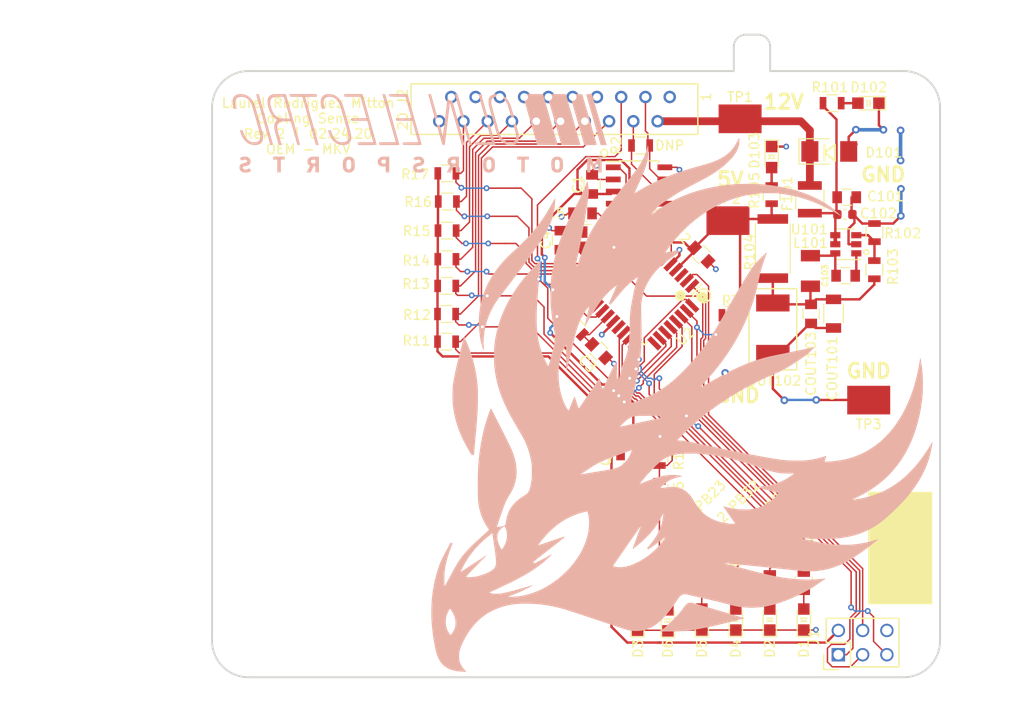
<source format=kicad_pcb>
(kicad_pcb (version 20211014) (generator pcbnew)
  (layers (0 "F.Cu" signal) (31 "B.Cu" signal) (34 "B.Paste" user) (35 "F.Paste" user) (36 "B.SilkS" user "B.Silkscreen") (37 "F.SilkS" user "F.Silkscreen") (38 "B.Mask" user) (39 "F.Mask" user) (44 "Edge.Cuts" user))
  (net 0 "")
  (net 1 "GND")
  (net 2 "/12V")
  (net 3 "VCC")
  (net 4 "Net-(C101-Pad1)")
  (net 5 "Net-(C103-Pad2)")
  (net 6 "Net-(C103-Pad1)")
  (net 7 "Net-(COUT101-Pad1)")
  (net 8 "Net-(D102-Pad2)")
  (net 9 "Net-(D103-Pad2)")
  (net 10 "Net-(R102-Pad1)")
  (net 11 "Net-(C3-Pad1)")
  (net 12 "Net-(C4-Pad1)")
  (net 13 "Net-(C5-Pad1)")
  (net 14 "Net-(D1-Pad2)")
  (net 15 "Net-(D2-Pad2)")
  (net 16 "Net-(D3-Pad2)")
  (net 17 "Net-(D4-Pad2)")
  (net 18 "Net-(D5-Pad2)")
  (net 19 "Net-(D6-Pad2)")
  (net 20 "/MISO")
  (net 21 "/SCK")
  (net 22 "/MOSI")
  (net 23 "/RESET")
  (net 24 "/CAN_HI")
  (net 25 "/CAN_LO")
  (net 26 "/PUMP_CONTROL")
  (net 27 "/LED_1")
  (net 28 "/LED_2")
  (net 29 "/LED_3")
  (net 30 "/CAN_TX")
  (net 31 "/CAN_RX")
  (net 32 "Net-(U1-Pad5)")
  (net 33 "Net-(U2-Pad3)")
  (net 34 "Net-(U2-Pad15)")
  (net 35 "Net-(U2-Pad21)")
  (net 36 "Net-(U2-Pad25)")
  (net 37 "/PUMP_RELAY_READ")
  (net 38 "/COOLING_ACTIVE_LED")
  (net 39 "/TEMP_GOOD_LED")
  (net 40 "/READ_1")
  (net 41 "/READ_2")
  (net 42 "/READ_3")
  (net 43 "/READ_4")
  (net 44 "/READ_5")
  (net 45 "/READ_6")
  (net 46 "/READ_7")
  (net 47 "Net-(U2-Pad8)")
  (net 48 "Net-(U2-Pad9)")
  (footprint "footprints:Fuse_1210" (layer "F.Cu") (at 179.2605 90.4748 90)
    (fp_text reference "F101")
    (fp_text value "F_500mA_16V" hide)
  )
  (footprint "footprints:R_2512_OEM" (layer "F.Cu") (at 175.38192 95.6322 90)
    (fp_text reference "R104")
    (fp_text value "R_0_2512" hide)
  )
  (footprint "footprints:SOT-23-6_OEM" (layer "F.Cu") (at 183.0222 95.1816 180)
    (fp_text reference "U101")
    (fp_text value "TPS560430YF" hide)
  )
  (footprint "footprints:R_0805_OEM" (layer "F.Cu") (at 175.26 89.982 90)
    (fp_text reference "R105")
    (fp_text value "R_200" hide)
  )
  (footprint "footprints:R_0805_OEM" (layer "F.Cu") (at 186.02452 93.96222 90)
    (fp_text reference "R102")
    (fp_text value "R_25K" hide)
  )
  (footprint "footprints:Fuse_1812" (layer "F.Cu") (at 175.387 101.3333 -90)
    (fp_text reference "COUT102")
    (fp_text value "C_33uF" hide)
  )
  (footprint "footprints:C_0805_OEM" (layer "F.Cu") (at 179.3875 102.4763 -90)
    (fp_text reference "COUT103")
    (fp_text value "C_47uF" hide)
  )
  (footprint "footprints:DO-214AA" (layer "F.Cu") (at 181.2925 85.4583)
    (fp_text reference "D101")
    (fp_text value "D_Zener_18V" hide)
  )
  (footprint "footprints:LED_0805_OEM" (layer "F.Cu") (at 175.26 86.05 -90)
    (fp_text reference "D103")
    (fp_text value "LED_0805" hide)
  )
  (footprint "footprints:C_1206_OEM" (layer "F.Cu") (at 181.737 102.4523 -90)
    (fp_text reference "COUT101")
    (fp_text value "C_22uF" hide)
  )
  (footprint "footprints:LED_0805_OEM" (layer "F.Cu") (at 185.388 80.404 180)
    (fp_text reference "D102")
    (fp_text value "LED_0805" hide)
  )
  (footprint "footprints:R_0805_OEM" (layer "F.Cu") (at 181.588 80.404)
    (fp_text reference "R101")
    (fp_text value "R_200" hide)
  )
  (footprint "footprints:L_100uH" (layer "F.Cu") (at 179.32146 97.9807 -90)
    (fp_text reference "L101")
    (fp_text value "L_100uH" hide)
  )
  (footprint "footprints:C_0805_OEM" (layer "F.Cu") (at 183.007 98.4758 180)
    (fp_text reference "C103")
    (fp_text value "C_0.1uF" hide)
  )
  (footprint "footprints:R_0805_OEM" (layer "F.Cu") (at 186.00928 97.84842 90)
    (fp_text reference "R103")
    (fp_text value "R_100K" hide)
  )
  (footprint "footprints:C_0805_OEM" (layer "F.Cu") (at 183.118 90.25636)
    (fp_text reference "C101")
    (fp_text value "C_0.1uF" hide)
  )
  (footprint "footprints:C_0603_1608Metric" (layer "F.Cu") (at 182.9275 92.0623)
    (fp_text reference "C102")
    (fp_text value "C_2.2uF")
  )
  (footprint "footprints:C_0805_OEM" (layer "F.Cu") (at 156.464 88.916 90)
    (fp_text reference "C1")
    (fp_text value "C_0.1uF" hide)
  )
  (footprint "footprints:C_0805_OEM" (layer "F.Cu") (at 167.894 96.266 -45)
    (fp_text reference "C2")
    (fp_text value "C_0.1uF" hide)
  )
  (footprint "footprints:C_0805_OEM" (layer "F.Cu") (at 157.171107 106.371107 -45)
    (fp_text reference "C3")
    (fp_text value "C_100pF" hide)
  )
  (footprint "footprints:C_0805_OEM" (layer "F.Cu") (at 155.464 91.948 180)
    (fp_text reference "C5")
    (fp_text value "C_30pF" hide)
  )
  (footprint "footprints:LED_0805_OEM" (layer "F.Cu") (at 178.6255 134.493 90)
    (fp_text reference "D1")
    (fp_text value "LED_0805" hide)
  )
  (footprint "footprints:LED_0805_OEM" (layer "F.Cu") (at 171.5135 134.493 90)
    (fp_text reference "D4")
    (fp_text value "LED_0805" hide)
  )
  (footprint "footprints:LED_0805_OEM" (layer "F.Cu") (at 167.9575 134.493 90)
    (fp_text reference "D5")
    (fp_text value "LED_0805" hide)
  )
  (footprint "footprints:LED_0805_OEM" (layer "F.Cu") (at 164.4015 134.577 90)
    (fp_text reference "D6")
    (fp_text value "LED_0805" hide)
  )
  (footprint "footprints:micromatch_female_ra_20" (layer "F.Cu") (at 159.512 79.756 -90)
    (fp_text reference "J2")
    (fp_text value "MM_F_RA_20" hide)
  )
  (footprint "footprints:R_0805_OEM" (layer "F.Cu") (at 154.776249 103.976249 -45)
    (fp_text reference "R1")
    (fp_text value "R_100" hide)
  )
  (footprint "footprints:R_0805_OEM" (layer "F.Cu") (at 171.008 102.616 180)
    (fp_text reference "R3")
    (fp_text value "R_10K" hide)
  )
  (footprint "footprints:R_0805_OEM" (layer "F.Cu") (at 178.6255 130.622 -90)
    (fp_text reference "R4")
    (fp_text value "R_200" hide)
  )
  (footprint "footprints:R_0805_OEM" (layer "F.Cu") (at 175.0695 130.622 -90)
    (fp_text reference "R5")
    (fp_text value "R_200" hide)
  )
  (footprint "footprints:R_0805_OEM" (layer "F.Cu") (at 171.5135 130.556 -90)
    (fp_text reference "R7")
    (fp_text value "R_200" hide)
  )
  (footprint "footprints:R_0805_OEM" (layer "F.Cu") (at 167.9575 130.49 -90)
    (fp_text reference "R8")
    (fp_text value "R_200" hide)
  )
  (footprint "footprints:R_0805_OEM" (layer "F.Cu") (at 164.4015 130.556 -90)
    (fp_text reference "R9")
    (fp_text value "R_200" hide)
  )
  (footprint "footprints:SOIC-8_3.9x4.9mm_Pitch1.27mm_OEM" (layer "F.Cu") (at 161.384 89.027)
    (fp_text reference "U1")
    (fp_text value "MCP2561-E_SN" hide)
  )
  (footprint "footprints:Crystal_SMD_FA238" (layer "F.Cu") (at 156.38 94.704)
    (fp_text reference "Y1")
    (fp_text value "Crystal_SMD" hide)
  )
  (footprint "footprints:LED_0805_OEM" (layer "F.Cu") (at 175.0695 134.493 90)
    (fp_text reference "D2")
    (fp_text value "LED_0805" hide)
  )
  (footprint "footprints:C_0805_OEM" (layer "F.Cu") (at 153.162 94.758 90)
    (fp_text reference "C4")
    (fp_text value "C_30pF" hide)
  )
  (footprint "footprints:TQFP-32_7x7mm_Pitch0.8mm" (layer "F.Cu") (at 161.957103 100.574695 -135)
    (fp_text reference "U2")
    (fp_text value "ATMEGA16M1" hide)
  )
  (footprint "footprints:R_0805_OEM" (layer "F.Cu") (at 161.544 84.836 180)
    (fp_text reference "R2")
    (fp_text value "R_120_DNP" hide)
  )
  (footprint "footprints:SOT-23F" (layer "F.Cu") (at 160.4985 117.4115 180)
    (fp_text reference "Q1")
    (fp_text value "SSM3K333R" hide)
  )
  (footprint "footprints:R_0805_OEM" (layer "F.Cu") (at 163.5125 120.9675 90)
    (fp_text reference "R6")
    (fp_text value "R_200" hide)
  )
  (footprint "footprints:R_0805_OEM" (layer "F.Cu") (at 163.5125 117.4115 -90)
    (fp_text reference "R10")
    (fp_text value "R_10K" hide)
  )
  (footprint "footprints:LED_0805_OEM" (layer "F.Cu") (at 161.2265 134.5135 90)
    (fp_text reference "D3")
    (fp_text value "LED_0805" hide)
  )
  (footprint "footprints:Pin_Header_Straight_2x03" (layer "F.Cu") (at 182.245 138.176 90)
    (fp_text reference "J1")
    (fp_text value "CONN_02X03" hide)
  )
  (footprint "footprints:Test_Point_SMD" (layer "F.Cu") (at 171.958 82.042)
    (fp_text reference "TP1")
    (fp_text value "Test_Point_SMD")
  )
  (footprint "footprints:Test_Point_SMD" (layer "F.Cu") (at 170.688 92.71)
    (fp_text reference "TP2")
    (fp_text value "Test_Point_SMD")
  )
  (footprint "footprints:Test_Point_SMD" (layer "F.Cu") (at 185.42 111.506)
    (fp_text reference "TP3")
    (fp_text value "Test_Point_SMD")
  )
  (footprint "footprints:R_0805_OEM" (layer "F.Cu") (at 141.2342 105.3846)
    (fp_text reference "R11")
    (fp_text value "R_10K" hide)
  )
  (footprint "footprints:R_0805_OEM" (layer "F.Cu") (at 141.2342 102.489)
    (fp_text reference "R12")
    (fp_text value "R_10K" hide)
  )
  (footprint "footprints:R_0805_OEM" (layer "F.Cu") (at 141.2494 99.5426)
    (fp_text reference "R13")
    (fp_text value "R_10K" hide)
  )
  (footprint "footprints:R_0805_OEM" (layer "F.Cu") (at 141.2646 96.7486)
    (fp_text reference "R14")
    (fp_text value "R_10K" hide)
  )
  (footprint "footprints:R_0805_OEM" (layer "F.Cu") (at 141.285 93.7514)
    (fp_text reference "R15")
    (fp_text value "R_10K" hide)
  )
  (footprint "footprints:R_0805_OEM" (layer "F.Cu") (at 141.3154 90.7034)
    (fp_text reference "R16")
    (fp_text value "R_10K" hide)
  )
  (footprint "footprints:R_0805_OEM" (layer "F.Cu") (at 141.2646 87.757)
    (fp_text reference "R17")
    (fp_text value "R_10K" hide)
  )
  (footprint "footprints:phoenix" (layer "B.Cu") (at 165.862 112.014 -90)
    (fp_text reference "G***" hide)
    (fp_text value "LOGO" hide)
  )
  (footprint "footprints:Logo_Large" (layer "B.Cu") (at 138.43 83.566 180)
    (fp_text reference "G***" hide)
    (fp_text value "LOGO" hide)
  )
  (gr_circle (center 154.432 96.52) (end 154.432 96.774) (layer "F.SilkS") (width 0.15) (fill none))
  (gr_circle (center 157.734 85.598) (end 157.988 85.344) (layer "F.SilkS") (width 0.15) (fill none))
  (gr_circle (center 168.148 100.584) (end 168.656 100.076) (layer "F.SilkS") (width 0.15) (fill none))
  (gr_circle (center 185.166 96.012) (end 185.42 96.012) (layer "F.SilkS") (width 0.15) (fill none))
  (gr_poly (pts (xy 192.024 132.842) (xy 185.42 132.842) (xy 185.42 121.158) (xy 192.024 121.158)) (layer "F.SilkS") (width 0.1) (fill solid))
  (gr_line (start 175.107599 77.0382) (end 189.0776 77.0382) (layer "Edge.Cuts") (width 0.2))
  (gr_line (start 172.5676 73.228201) (end 173.8376 73.228201) (layer "Edge.Cuts") (width 0.2))
  (gr_arc (start 116.687599 80.848201) (mid 117.803522 78.154123) (end 120.4976 77.0382) (layer "Edge.Cuts") (width 0.2))
  (gr_arc (start 120.4976 140.5382) (mid 117.803523 139.422277) (end 116.6876 136.7282) (layer "Edge.Cuts") (width 0.2))
  (gr_arc (start 171.297599 74.4982) (mid 171.669573 73.600174) (end 172.567599 73.2282) (layer "Edge.Cuts") (width 0.2))
  (gr_line (start 120.4976 77.0382) (end 171.297599 77.0382) (layer "Edge.Cuts") (width 0.2))
  (gr_arc (start 173.8376 73.228201) (mid 174.735625 73.600175) (end 175.107599 74.4982) (layer "Edge.Cuts") (width 0.2))
  (gr_line (start 116.6876 136.7282) (end 116.6876 80.8482) (layer "Edge.Cuts") (width 0.2))
  (gr_arc (start 189.0776 77.038201) (mid 191.771677 78.154124) (end 192.8876 80.848201) (layer "Edge.Cuts") (width 0.2))
  (gr_line (start 171.297599 77.0382) (end 171.297599 74.4982) (layer "Edge.Cuts") (width 0.2))
  (gr_line (start 192.8876 136.7282) (end 192.8876 80.848201) (layer "Edge.Cuts") (width 0.2))
  (gr_line (start 175.107599 77.0382) (end 175.107599 74.4982) (layer "Edge.Cuts") (width 0.2))
  (gr_line (start 120.4976 140.5382) (end 189.0776 140.5382) (layer "Edge.Cuts") (width 0.2))
  (gr_arc (start 192.8876 136.7282) (mid 191.771677 139.422277) (end 189.0776 140.5382) (layer "Edge.Cuts") (width 0.2))
  (gr_text "GND" (at 185.42 108.458) (layer "F.SilkS") (effects (font (size 1.5 1.5) (thickness 0.3))))
  (gr_text "Laurel Rodriguez Mitton\nCooling Sense\nRev 2 | 02.24.20\nOEM - MKV" (at 126.746 82.804) (layer "F.SilkS") (effects (font (size 1 1))))
  (gr_text "5V" (at 170.942 88.392) (layer "F.SilkS") (effects (font (size 1.5 1.5) (thickness 0.3))))
  (gr_text "Cooling Active" (at 182.118 122.936 45) (layer "F.SilkS") (effects (font (size 1 1))))
  (gr_text "LED 2 PB32" (at 170.561 123.3805 45) (layer "F.SilkS") (effects (font (size 1 1))))
  (gr_text "GND" (at 186.944 87.884) (layer "F.SilkS") (effects (font (size 1.5 1.5) (thickness 0.3))))
  (gr_text "12V" (at 176.53 80.264) (layer "F.SilkS") (effects (font (size 1.5 1.5) (thickness 0.3))))
  (gr_text "Temp Good\n" (at 177.419 123.825 45) (layer "F.SilkS") (effects (font (size 1 1))))
  (gr_text "GND" (at 171.704 110.998) (layer "F.SilkS") (effects (font (size 1.5 1.5) (thickness 0.3))))
  (gr_text "DNP" (at 164.592 84.836) (layer "F.SilkS") (effects (font (size 1 1))))
  (gr_text "LED 1 PB29" (at 174.371 123.3805 45) (layer "F.SilkS") (effects (font (size 1 1))))
  (gr_text "LED 3 PB23" (at 167.005 123.3805 45) (layer "F.SilkS") (effects (font (size 1 1))))
  (segment (start 158.132214 107.078214) (end 158.75 107.696) (width 0.1524) (layer "F.Cu") (net 1))
  (segment (start 161.2265 135.6135) (end 164.338 135.6135) (width 0.1524) (layer "F.Cu") (net 1))
  (segment (start 154.464 91.948) (end 153.924 91.948) (width 0.1524) (layer "F.Cu") (net 1))
  (segment (start 175.387 106.6133) (end 175.387 110.32236) (width 0.254) (layer "F.Cu") (net 1))
  (segment (start 167.9575 135.593) (end 164.4855 135.593) (width 0.1524) (layer "F.Cu") (net 1))
  (segment (start 168.347107 97.227107) (end 168.855107 97.227107) (width 0.254) (layer "F.Cu") (net 1))
  (segment (start 163.49 116.439) (end 163.5125 116.4615) (width 0.1524) (layer "F.Cu") (net 1))
  (segment (start 181.737 103.9523) (end 179.8635 103.9523) (width 0.254) (layer "F.Cu") (net 1))
  (segment (start 179.2625 103.4763) (end 176.1255 106.6133) (width 0.254) (layer "F.Cu") (net 1))
  (segment (start 183.62432 91.75912) (end 183.9275 92.0623) (width 0.254) (layer "F.Cu") (net 1))
  (segment (start 156.589 87.916) (end 157.065 88.392) (width 0.1524) (layer "F.Cu") (net 1))
  (segment (start 179.8635 103.9523) (end 179.3875 103.4763) (width 0.254) (layer "F.Cu") (net 1))
  (segment (start 176.1255 106.6133) (end 175.387 106.6133) (width 0.254) (layer "F.Cu") (net 1))
  (segment (start 183.3382 95.1816) (end 184.1222 95.1816) (width 0.254) (layer "F.Cu") (net 1))
  (segment (start 183.312799 93.556001) (end 183.312799 95.156199) (width 0.254) (layer "F.Cu") (net 1))
  (segment (start 183.9275 92.1873) (end 183.9275 92.0623) (width 0.254) (layer "F.Cu") (net 1))
  (segment (start 175.0695 135.593) (end 174.3171 135.593) (width 0.1524) (layer "F.Cu") (net 1))
  (segment (start 186.41822 111.48822) (end 186.436 111.506) (width 0.1524) (layer "F.Cu") (net 1))
  (segment (start 153.162 93.758) (end 152.25421 93.758) (width 0.1524) (layer "F.Cu") (net 1))
  (segment (start 165.354 87.122) (end 165.608 87.376) (width 0.1524) (layer "F.Cu") (net 1))
  (segment (start 155.134 93.758) (end 155.28 93.904) (width 0.1524) (layer "F.Cu") (net 1))
  (segment (start 158.496 95.504) (end 158.75 95.504) (width 0.1524) (layer "F.Cu") (net 1))
  (segment (start 186.02452 93.01222) (end 187.98036 93.01222) (width 0.254) (layer "F.Cu") (net 1))
  (segment (start 187.02274 83.25612) (end 186.95924 83.19262) (width 0.381) (layer "F.Cu") (net 1))
  (segment (start 178.6255 135.593) (end 175.0695 135.593) (width 0.1524) (layer "F.Cu") (net 1))
  (segment (start 158.669056 103.458944) (end 157.48 104.648) (width 0.254) (layer "F.Cu") (net 1))
  (segment (start 184.75242 93.01222) (end 183.9275 92.1873) (width 0.254) (layer "F.Cu") (net 1))
  (segment (start 151.892 79.756) (end 152.146 79.756) (width 0.1524) (layer "F.Cu") (net 1))
  (segment (start 156.972 79.756) (end 157.226 79.756) (width 0.1524) (layer "F.Cu") (net 1))
  (segment (start 183.9275 92.9413) (end 183.312799 93.556001) (width 0.254) (layer "F.Cu") (net 1))
  (segment (start 174.3171 135.593) (end 171.5135 135.593) (width 0.1524) (layer "F.Cu") (net 1))
  (segment (start 152.25421 93.758) (end 151.96821 93.472) (width 0.1524) (layer "F.Cu") (net 1))
  (segment (start 158.669056 103.297056) (end 158.669056 103.458944) (width 0.254) (layer "F.Cu") (net 1))
  (segment (start 171.5135 135.593) (end 170.7611 135.593) (width 0.1524) (layer "F.Cu") (net 1))
  (segment (start 156.464 87.4522) (end 156.972 86.9442) (width 0.1524) (layer "F.Cu") (net 1))
  (segment (start 157.065 88.392) (end 158.684 88.392) (width 0.1524) (layer "F.Cu") (net 1))
  (segment (start 187.98036 93.01222) (end 188.78296 92.20962) (width 0.254) (layer "F.Cu") (net 1))
  (segment (start 144.272 79.756) (end 144.526 79.756) (width 0.1524) (layer "F.Cu") (net 1))
  (segment (start 157.48 95.504) (end 158.496 95.504) (width 0.1524) (layer "F.Cu") (net 1))
  (segment (start 183.62432 90.25636) (end 183.62432 91.75912) (width 0.254) (layer "F.Cu") (net 1))
  (segment (start 183.312799 95.156199) (end 183.3382 95.1816) (width 0.254) (layer "F.Cu") (net 1))
  (segment (start 157.878214 107.078214) (end 158.132214 107.078214) (width 0.1524) (layer "F.Cu") (net 1))
  (segment (start 165.608 96.189052) (end 165.608 95.758) (width 0.254) (layer "F.Cu") (net 1))
  (segment (start 183.3245 83.9343) (end 184.07888 83.17992) (width 0.254) (layer "F.Cu") (net 1))
  (segment (start 163.5125 115.3795) (end 163.576 115.316) (width 0.1524) (layer "F.Cu") (net 1))
  (segment (start 178.7095 135.509) (end 178.6255 135.593) (width 0.1524) (layer "F.Cu") (net 1))
  (segment (start 164.679464 97.286648) (end 165.608 96.358112) (width 0.254) (layer "F.Cu") (net 1))
  (segment (start 176.783996 84.95) (end 176.784 84.950004) (width 0.254) (layer "F.Cu") (net 1))
  (segment (start 153.4668 92.1004) (end 153.2636 92.3036) (width 0.1524) (layer "F.Cu") (net 1))
  (segment (start 161.5485 116.4615) (end 163.5125 116.4615) (width 0.1524) (layer "F.Cu") (net 1))
  (segment (start 179.3875 103.4763) (end 179.2625 103.4763) (width 0.254) (layer "F.Cu") (net 1))
  (segment (start 175.387 110.32236) (end 176.58842 111.52378) (width 0.254) (layer "F.Cu") (net 1))
  (segment (start 164.084 87.122) (end 165.354 87.122) (width 0.1524) (layer "F.Cu") (net 1))
  (segment (start 186.488 82.72138) (end 186.95924 83.19262) (width 0.254) (layer "F.Cu") (net 1))
  (segment (start 186.488 80.404) (end 186.488 82.72138) (width 0.254) (layer "F.Cu") (net 1))
  (segment (start 164.338 135.6135) (end 164.4015 135.677) (width 0.1524) (layer "F.Cu") (net 1))
  (segment (start 185.40222 111.48822) (end 185.42 111.506) (width 0.254) (layer "F.Cu") (net 1))
  (segment (start 184.07888 84.70392) (end 183.3245 85.4583) (width 0.381) (layer "F.Cu") (net 1))
  (segment (start 153.924 91.948) (end 153.7716 92.1004) (width 0.1524) (layer "F.Cu") (net 1))
  (segment (start 164.4855 135.593) (end 164.4015 135.677) (width 0.1524) (layer "F.Cu") (net 1))
  (segment (start 156.464 87.916) (end 156.589 87.916) (width 0.1524) (layer "F.Cu") (net 1))
  (segment (start 153.7716 92.1004) (end 153.4668 92.1004) (width 0.1524) (layer "F.Cu") (net 1))
  (segment (start 175.26 84.95) (end 176.783996 84.95) (width 0.254) (layer "F.Cu") (net 1))
  (segment (start 188.79566 86.4489) (end 188.75756 86.4108) (width 0.381) (layer "F.Cu") (net 1))
  (segment (start 183.3245 85.2678) (end 183.3245 85.4583) (width 0.1524) (layer "F.Cu") (net 1))
  (segment (start 179.92344 111.48822) (end 185.40222 111.48822) (width 0.254) (layer "F.Cu") (net 1))
  (segment (start 179.875 135.593) (end 179.8955 135.5725) (width 0.1524) (layer "F.Cu") (net 1))
  (segment (start 183.3245 85.4583) (end 183.3245 83.9343) (width 0.254) (layer "F.Cu") (net 1))
  (segment (start 153.162 93.758) (end 155.134 93.758) (width 0.1524) (layer "F.Cu") (net 1))
  (segment (start 156.464 87.916) (end 156.464 87.4522) (width 0.1524) (layer "F.Cu") (net 1))
  (segment (start 183.9275 92.0623) (end 183.9275 92.9413) (width 0.254) (layer "F.Cu") (net 1))
  (segment (start 149.352 79.756) (end 149.606 79.756) (width 0.1524) (layer "F.Cu") (net 1))
  (segment (start 168.601107 96.973107) (end 169.418 97.79) (width 0.1524) (layer "F.Cu") (net 1))
  (segment (start 170.7611 135.593) (end 167.9575 135.593) (width 0.1524) (layer "F.Cu") (net 1))
  (segment (start 165.608 96.358112) (end 165.608 96.189052) (width 0.254) (layer "F.Cu") (net 1))
  (segment (start 178.6255 135.593) (end 179.875 135.593) (width 0.1524) (layer "F.Cu") (net 1))
  (segment (start 163.5125 116.4615) (end 163.5125 115.3795) (width 0.1524) (layer "F.Cu") (net 1))
  (segment (start 186.02452 93.01222) (end 184.75242 93.01222) (width 0.254) (layer "F.Cu") (net 1))
  (segment (start 154.432 79.756) (end 154.686 79.756) (width 0.1524) (layer "F.Cu") (net 1))
  (via (at 188.78296 92.20962) (size 0.8) (drill 0.4) (layers "F.Cu" "B.Cu") (net 1))
  (via (at 158.75 107.696) (size 0.6096) (drill 0.3048) (layers "F.Cu" "B.Cu") (net 1))
  (via (at 169.418 97.79) (size 0.6096) (drill 0.3048) (layers "F.Cu" "B.Cu") (net 1))
  (via (at 179.8955 135.5725) (size 0.6096) (drill 0.3048) (layers "F.Cu" "B.Cu") (net 1))
  (via (at 188.75756 86.4108) (size 0.8) (drill 0.4) (layers "F.Cu" "B.Cu") (net 1))
  (via (at 157.48 104.648) (size 0.6096) (drill 0.3048) (layers "F.Cu" "B.Cu") (net 1))
  (via (at 153.2636 92.3036) (size 0.6096) (drill 0.3048) (layers "F.Cu" "B.Cu") (net 1))
  (via (at 165.608 87.376) (size 0.6096) (drill 0.3048) (layers "F.Cu" "B.Cu") (net 1))
  (via (at 170.39844 108.65866) (size 0.8) (drill 0.4) (layers "F.Cu" "B.Cu") (net 1))
  (via (at 158.75 95.504) (size 0.6096) (drill 0.3048) (layers "F.Cu" "B.Cu") (net 1))
  (via (at 179.92344 111.48822) (size 0.8) (drill 0.4) (layers "F.Cu" "B.Cu") (net 1))
  (via (at 165.608 95.758) (size 0.6096) (drill 0.3048) (layers "F.Cu" "B.Cu") (net 1))
  (via (at 176.58842 111.52378) (size 0.8) (drill 0.4) (layers "F.Cu" "B.Cu") (net 1))
  (via (at 156.972 86.9442) (size 0.6096) (drill 0.3048) (layers "F.Cu" "B.Cu") (net 1))
  (via (at 163.576 115.316) (size 0.6096) (drill 0.3048) (layers "F.Cu" "B.Cu") (net 1))
  (via (at 176.784 84.950004) (size 0.6096) (drill 0.3048) (layers "F.Cu" "B.Cu") (net 1))
  (via (at 151.96821 93.472) (size 0.6096) (drill 0.3048) (layers "F.Cu" "B.Cu") (net 1))
  (via (at 188.79566 89.38006) (size 0.8) (drill 0.4) (layers "F.Cu" "B.Cu") (net 1))
  (via (at 186.95924 83.19262) (size 0.8) (drill 0.4) (layers "F.Cu" "B.Cu") (net 1))
  (via (at 188.75756 83.25612) (size 0.8) (drill 0.4) (layers "F.Cu" "B.Cu") (net 1))
  (via (at 184.07888 83.17992) (size 0.8) (drill 0.4) (layers "F.Cu" "B.Cu") (net 1))
  (segment (start 188.78296 89.39276) (end 188.79566 89.38006) (width 0.381) (layer "B.Cu") (net 1))
  (segment (start 176.62398 111.48822) (end 176.58842 111.52378) (width 0.25) (layer "B.Cu") (net 1))
  (segment (start 184.09158 83.19262) (end 184.07888 83.17992) (width 0.381) (layer "B.Cu") (net 1))
  (segment (start 188.75756 86.4108) (end 188.75756 85.845115) (width 0.381) (layer "B.Cu") (net 1))
  (segment (start 186.95924 83.19262) (end 184.09158 83.19262) (width 0.381) (layer "B.Cu") (net 1))
  (segment (start 188.78296 92.20962) (end 188.78296 89.39276) (width 0.381) (layer "B.Cu") (net 1))
  (segment (start 188.75756 85.845115) (end 188.75756 83.25612) (width 0.381) (layer "B.Cu") (net 1))
  (segment (start 179.92344 111.48822) (end 176.62398 111.48822) (width 0.25) (layer "B.Cu") (net 1))
  (segment (start 179.2605 83.2485) (end 178.308 82.296) (width 0.8128) (layer "F.Cu") (net 2))
  (segment (start 179.09286 85.29066) (end 179.2605 85.4583) (width 0.381) (layer "F.Cu") (net 2))
  (segment (start 179.21286 85.41066) (end 179.2605 85.4583) (width 0.381) (layer "F.Cu") (net 2))
  (segment (start 179.2605 85.4583) (end 179.2605 89.0248) (width 0.8128) (layer "F.Cu") (net 2))
  (segment (start 179.2605 85.4583) (end 179.2605 83.2485) (width 0.8128) (layer "F.Cu") (net 2))
  (segment (start 178.308 82.296) (end 163.322 82.296) (width 0.8128) (layer "F.Cu") (net 2))
  (segment (start 182.245 135.636) (end 180.975 136.906) (width 0.254) (layer "F.Cu") (net 3))
  (segment (start 160.782 112.4204) (end 157.3784 112.4204) (width 0.254) (layer "F.Cu") (net 3))
  (segment (start 155.956 86.36) (end 154.94 87.376) (width 0.254) (layer "F.Cu") (net 3))
  (segment (start 140.2842 102.489) (end 140.2842 99.5578) (width 0.254) (layer "F.Cu") (net 3))
  (segment (start 151.89201 106.93401) (end 140.81761 106.93401) (width 0.254) (layer "F.Cu") (net 3))
  (segment (start 175.38192 92.5322) (end 173.37552 92.5322) (width 0.254) (layer "F.Cu") (net 3))
  (segment (start 152.690401 101.890401) (end 152.690401 101.212255) (width 0.254) (layer "F.Cu") (net 3))
  (segment (start 175.26 90.932) (end 175.26 92.41028) (width 0.254) (layer "F.Cu") (net 3))
  (segment (start 158.43 89.916) (end 158.684 89.662) (width 0.254) (layer "F.Cu") (net 3))
  (segment (start 140.2994 99.5426) (end 140.2994 96.7638) (width 0.254) (layer "F.Cu") (net 3))
  (segment (start 160.782 112.4204) (end 160.782 114.427) (width 0.254) (layer "F.Cu") (net 3))
  (segment (start 169.273786 93.472) (end 166.932893 95.812893) (width 0.254) (layer "F.Cu") (net 3))
  (segment (start 140.2842 106.4006) (end 140.2842 105.3846) (width 0.254) (layer "F.Cu") (net 3))
  (segment (start 166.932893 95.812893) (end 166.116 94.996) (width 0.254) (layer "F.Cu") (net 3))
  (segment (start 160.37561 87.235688) (end 159.499922 86.36) (width 0.254) (layer "F.Cu") (net 3))
  (segment (start 140.2842 99.5578) (end 140.2994 99.5426) (width 0.254) (layer "F.Cu") (net 3))
  (segment (start 166.932893 96.164591) (end 166.932893 95.812893) (width 0.254) (layer "F.Cu") (net 3))
  (segment (start 140.2994 96.7638) (end 140.3146 96.7486) (width 0.254) (layer "F.Cu") (net 3))
  (segment (start 140.335 90.7338) (end 140.3654 90.7034) (width 0.254) (layer "F.Cu") (net 3))
  (segment (start 152.690401 100.302901) (end 152.690401 101.890401) (width 0.254) (layer "F.Cu") (net 3))
  (segment (start 151.511422 96.583078) (end 151.511 96.5835) (width 0.254) (layer "F.Cu") (net 3))
  (segment (start 158.496 135.255) (end 160.147 136.906) (width 0.254) (layer "F.Cu") (net 3))
  (segment (start 160.782 114.427) (end 158.496 116.713) (width 0.254) (layer "F.Cu") (net 3))
  (segment (start 173.37552 92.5322) (end 170.213586 92.5322) (width 0.254) (layer "F.Cu") (net 3))
  (segment (start 152.690401 102.660059) (end 152.777171 102.746829) (width 0.254) (layer "F.Cu") (net 3))
  (segment (start 154.583382 89.916) (end 151.206623 93.292759) (width 0.254) (layer "F.Cu") (net 3))
  (segment (start 140.81761 106.93401) (end 140.2842 106.4006) (width 0.254) (layer "F.Cu") (net 3))
  (segment (start 151.511422 96.550824) (end 151.511422 96.583078) (width 0.254) (layer "F.Cu") (net 3))
  (segment (start 158.496 116.713) (end 158.496 135.255) (width 0.254) (layer "F.Cu") (net 3))
  (segment (start 140.3146 96.7486) (end 140.3146 93.7718) (width 0.254) (layer "F.Cu") (net 3))
  (segment (start 157.3784 112.4204) (end 151.89201 106.93401) (width 0.254) (layer "F.Cu") (net 3))
  (segment (start 152.3619 99.952571) (end 152.3619 99.9744) (width 0.254) (layer "F.Cu") (net 3))
  (segment (start 140.3654 90.7034) (end 140.3654 87.8078) (width 0.254) (layer "F.Cu") (net 3))
  (segment (start 160.147 136.906) (end 163.576 136.906) (width 0.254) (layer "F.Cu") (net 3))
  (segment (start 152.083776 104.456224) (end 157.503396 109.875844) (width 0.254) (layer "F.Cu") (net 3))
  (segment (start 155.448 89.916) (end 156.464 89.916) (width 0.254) (layer "F.Cu") (net 3))
  (segment (start 163.576 136.906) (end 163.322 136.906) (width 0.254) (layer "F.Cu") (net 3))
  (segment (start 160.782 111.755476) (end 160.782 112.4204) (width 0.254) (layer "F.Cu") (net 3))
  (segment (start 159.499922 86.36) (end 155.956 86.36) (width 0.254) (layer "F.Cu") (net 3))
  (segment (start 151.206623 93.292759) (end 151.206623 96.246025) (width 0.254) (layer "F.Cu") (net 3))
  (segment (start 165.017974 94.996) (end 160.37561 90.353636) (width 0.254) (layer "F.Cu") (net 3))
  (segment (start 140.2842 105.3846) (end 140.2842 102.489) (width 0.254) (layer "F.Cu") (net 3))
  (segment (start 152.3619 99.9744) (end 152.690401 100.302901) (width 0.254) (layer "F.Cu") (net 3))
  (segment (start 158.902368 109.875844) (end 160.782 111.755476) (width 0.254) (layer "F.Cu") (net 3))
  (segment (start 175.26 92.41028) (end 175.38192 92.5322) (width 0.254) (layer "F.Cu") (net 3))
  (segment (start 156.464 89.916) (end 154.583382 89.916) (width 0.254) (layer "F.Cu") (net 3))
  (segment (start 140.3146 93.7718) (end 140.335 93.7514) (width 0.254) (layer "F.Cu") (net 3))
  (segment (start 140.335 93.7514) (end 140.335 90.7338) (width 0.254) (layer "F.Cu") (net 3))
  (segment (start 170.213586 92.5322) (end 169.273786 93.472) (width 0.254) (layer "F.Cu") (net 3))
  (segment (start 166.116 94.996) (end 165.017974 94.996) (width 0.254) (layer "F.Cu") (net 3))
  (segment (start 140.3654 87.8078) (end 140.3146 87.757) (width 0.254) (layer "F.Cu") (net 3))
  (segment (start 160.37561 90.353636) (end 160.37561 87.235688) (width 0.254) (layer "F.Cu") (net 3))
  (segment (start 171.958 93.98) (end 171.958 102.362) (width 0.254) (layer "F.Cu") (net 3))
  (segment (start 152.690401 101.890401) (end 152.690401 102.660059) (width 0.254) (layer "F.Cu") (net 3))
  (segment (start 154.104498 103.304498) (end 152.690401 101.890401) (width 0.254) (layer "F.Cu") (net 3))
  (segment (start 154.94 87.376) (end 154.94 89.408) (width 0.254) (layer "F.Cu") (net 3))
  (segment (start 165.24515 97.852334) (end 166.932893 96.164591) (width 0.254) (layer "F.Cu") (net 3))
  (segment (start 180.975 136.906) (end 163.576 136.906) (width 0.254) (layer "F.Cu") (net 3))
  (segment (start 151.206623 96.246025) (end 151.511422 96.550824) (width 0.254) (layer "F.Cu") (net 3))
  (segment (start 156.464 89.916) (end 158.43 89.916) (width 0.254) (layer "F.Cu") (net 3))
  (segment (start 157.503396 109.875844) (end 158.902368 109.875844) (width 0.254) (layer "F.Cu") (net 3))
  (segment (start 154.94 89.408) (end 155.448 89.916) (width 0.254) (layer "F.Cu") (net 3))
  (segment (start 171.94286 93.96486) (end 171.958 93.98) (width 0.254) (layer "F.Cu") (net 3))
  (via (at 152.777171 102.746829) (size 0.6096) (drill 0.3048) (layers "F.Cu" "B.Cu") (net 3))
  (via (at 151.511 96.5835) (size 0.6096) (drill 0.3048) (layers "F.Cu" "B.Cu") (net 3))
  (via (at 152.3619 99.952571) (size 0.6096) (drill 0.3048) (layers "F.Cu" "B.Cu") (net 3))
  (via (at 152.083776 104.456224) (size 0.6096) (drill 0.3048) (layers "F.Cu" "B.Cu") (net 3))
  (segment (start 151.511 96.5835) (end 151.511 99.101671) (width 0.254) (layer "B.Cu") (net 3))
  (segment (start 151.511 99.101671) (end 152.3619 99.952571) (width 0.254) (layer "B.Cu") (net 3))
  (segment (start 152.777171 102.746829) (end 152.777171 103.254829) (width 0.254) (layer "B.Cu") (net 3))
  (segment (start 152.083776 103.948224) (end 152.083776 104.456224) (width 0.254) (layer "B.Cu") (net 3))
  (segment (start 152.777171 103.254829) (end 152.083776 103.948224) (width 0.254) (layer "B.Cu") (net 3))
  (segment (start 181.9275 94.2263) (end 181.9222 94.2316) (width 0.254) (layer "F.Cu") (net 4))
  (segment (start 182.04932 89.68136) (end 182.04932 90.25636) (width 0.254) (layer "F.Cu") (net 4))
  (segment (start 182.04932 82.11532) (end 182.04932 89.68136) (width 0.254) (layer "F.Cu") (net 4))
  (segment (start 181.79 91.9248) (end 181.9275 92.0623) (width 0.254) (layer "F.Cu") (net 4))
  (segment (start 180.638 80.704) (end 182.04932 82.11532) (width 0.254) (layer "F.Cu") (net 4))
  (segment (start 181.9275 92.0623) (end 181.9275 94.2263) (width 0.254) (layer "F.Cu") (net 4))
  (segment (start 182.04932 90.25636) (end 182.04932 91.94048) (width 0.254) (layer "F.Cu") (net 4))
  (segment (start 182.04932 91.94048) (end 181.9275 92.0623) (width 0.254) (layer "F.Cu") (net 4))
  (segment (start 179.2605 91.9248) (end 181.79 91.9248) (width 0.254) (layer "F.Cu") (net 4))
  (segment (start 181.9222 94.2316) (end 181.9222 95.1816) (width 0.381) (layer "F.Cu") (net 4))
  (segment (start 180.638 80.404) (end 180.638 80.704) (width 0.254) (layer "F.Cu") (net 4))
  (segment (start 179.32146 96.3807) (end 181.6731 96.3807) (width 0.254) (layer "F.Cu") (net 5))
  (segment (start 181.9222 98.391) (end 182.007 98.4758) (width 0.254) (layer "F.Cu") (net 5))
  (segment (start 179.57056 96.1316) (end 179.32146 96.3807) (width 0.25) (layer "F.Cu") (net 5))
  (segment (start 181.9222 96.1316) (end 181.9222 98.391) (width 0.254) (layer "F.Cu") (net 5))
  (segment (start 181.6731 96.3807) (end 181.9222 96.1316) (width 0.254) (layer "F.Cu") (net 5))
  (segment (start 184.1222 96.1316) (end 184.1222 98.3606) (width 0.254) (layer "F.Cu") (net 6))
  (segment (start 184.1222 98.3606) (end 184.007 98.4758) (width 0.254) (layer "F.Cu") (net 6))
  (segment (start 186.00928 98.79842) (end 186.30928 98.79842) (width 0.25) (layer "F.Cu") (net 7))
  (segment (start 181.737 100.9523) (end 184.4594 100.9523) (width 0.254) (layer "F.Cu") (net 7))
  (segment (start 179.9115 100.9523) (end 179.3875 101.4763) (width 0.254) (layer "F.Cu") (net 7))
  (segment (start 186.00928 99.40242) (end 186.00928 98.79842) (width 0.254) (layer "F.Cu") (net 7))
  (segment (start 175.38192 98.7322) (end 175.38192 101.32822) (width 0.254) (layer "F.Cu") (net 7))
  (segment (start 179.32146 99.5807) (end 179.32146 101.41026) (width 0.254) (layer "F.Cu") (net 7))
  (segment (start 175.387 98.73728) (end 175.38192 98.7322) (width 0.25) (layer "F.Cu") (net 7))
  (segment (start 181.737 100.9523) (end 179.9115 100.9523) (width 0.254) (layer "F.Cu") (net 7))
  (segment (start 175.52924 101.47554) (end 175.387 101.3333) (width 0.25) (layer "F.Cu") (net 7))
  (segment (start 184.4594 100.9523) (end 186.00928 99.40242) (width 0.254) (layer "F.Cu") (net 7))
  (segment (start 179.3875 101.4763) (end 175.53 101.4763) (width 0.254) (layer "F.Cu") (net 7))
  (segment (start 179.32146 101.41026) (end 179.3875 101.4763) (width 0.254) (layer "F.Cu") (net 7))
  (segment (start 179.32146 101.38664) (end 179.41036 101.47554) (width 0.25) (layer "F.Cu") (net 7))
  (segment (start 175.38192 101.32822) (end 175.387 101.3333) (width 0.254) (layer "F.Cu") (net 7))
  (segment (start 175.53 101.4763) (end 175.387 101.3333) (width 0.254) (layer "F.Cu") (net 7))
  (segment (start 184.288 80.404) (end 182.538 80.404) (width 0.254) (layer "F.Cu") (net 8))
  (segment (start 175.26 88.676) (end 175.26 87.374) (width 0.254) (layer "F.Cu") (net 9))
  (segment (start 175.26 87.374) (end 175.036 87.15) (width 0.254) (layer "F.Cu") (net 9))
  (segment (start 175.036 88.9) (end 175.26 88.676) (width 0.254) (layer "F.Cu") (net 9))
  (segment (start 185.3439 94.2316) (end 184.1222 94.2316) (width 0.254) (layer "F.Cu") (net 10))
  (segment (start 186.02452 96.88318) (end 186.00928 96.89842) (width 0.254) (layer "F.Cu") (net 10))
  (segment (start 186.02452 94.91222) (end 185.3439 94.2316) (width 0.254) (layer "F.Cu") (net 10))
  (segment (start 186.02452 94.91222) (end 186.02452 96.88318) (width 0.254) (layer "F.Cu") (net 10))
  (segment (start 156.042975 104.648) (end 155.448 104.648) (width 0.1524) (layer "F.Cu") (net 11))
  (segment (start 158.103371 102.731371) (end 156.186742 104.648) (width 0.1524) (layer "F.Cu") (net 11))
  (segment (start 155.448 104.648) (end 156.464 105.664) (width 0.1524) (layer "F.Cu") (net 11))
  (segment (start 156.186742 104.648) (end 156.042975 104.648) (width 0.1524) (layer "F.Cu") (net 11))
  (segment (start 159.370866 96.291402) (end 159.800427 96.720963) (width 0.1524) (layer "F.Cu") (net 12))
  (segment (start 158.521312 96.291402) (end 159.370866 96.291402) (width 0.1524) (layer "F.Cu") (net 12))
  (segment (start 153.162 95.758) (end 155.026 95.758) (width 0.1524) (layer "F.Cu") (net 12))
  (segment (start 155.28 96.18) (end 155.493 96.393) (width 0.1524) (layer "F.Cu") (net 12))
  (segment (start 158.419714 96.393) (end 158.521312 96.291402) (width 0.1524) (layer "F.Cu") (net 12))
  (segment (start 155.493 96.393) (end 158.419714 96.393) (width 0.1524) (layer "F.Cu") (net 12))
  (segment (start 155.28 95.58) (end 155.28 96.18) (width 0.1524) (layer "F.Cu") (net 12))
  (segment (start 158.3324 93.98) (end 160.366113 96.013713) (width 0.1524) (layer "F.Cu") (net 13))
  (segment (start 157.1164 91.948) (end 157.48 92.3116) (width 0.1524) (layer "F.Cu") (net 13))
  (segment (start 157.48 93.98) (end 158.3324 93.98) (width 0.1524) (layer "F.Cu") (net 13))
  (segment (start 160.366113 96.013713) (end 160.366113 96.155278) (width 0.1524) (layer "F.Cu") (net 13))
  (segment (start 156.464 91.948) (end 157.1164 91.948) (width 0.1524) (layer "F.Cu") (net 13))
  (segment (start 157.48 92.3116) (end 157.48 93.98) (width 0.1524) (layer "F.Cu") (net 13))
  (segment (start 178.6255 131.572) (end 178.6255 132.0744) (width 0.1524) (layer "F.Cu") (net 14))
  (segment (start 178.6255 131.9474) (end 178.6255 133.393) (width 0.1524) (layer "F.Cu") (net 14))
  (segment (start 175.0695 131.572) (end 175.0695 132.0744) (width 0.1524) (layer "F.Cu") (net 15))
  (segment (start 175.0695 131.9474) (end 175.0695 133.393) (width 0.1524) (layer "F.Cu") (net 15))
  (segment (start 163.5125 128.5875) (end 161.2265 130.8735) (width 0.1524) (layer "F.Cu") (net 16))
  (segment (start 161.2265 130.8735) (end 161.2265 133.4135) (width 0.1524) (layer "F.Cu") (net 16))
  (segment (start 163.5125 121.9175) (end 163.5125 128.5875) (width 0.1524) (layer "F.Cu") (net 16))
  (segment (start 171.5135 131.506) (end 171.5135 132.0084) (width 0.1524) (layer "F.Cu") (net 17))
  (segment (start 171.5135 131.8814) (end 171.5135 133.393) (width 0.1524) (layer "F.Cu") (net 17))
  (segment (start 167.9448 131.6228) (end 167.9448 133.2004) (width 0.1524) (layer "F.Cu") (net 18))
  (segment (start 164.4015 131.506) (end 164.4015 132.0084) (width 0.1524) (layer "F.Cu") (net 19))
  (segment (start 164.4015 131.8814) (end 164.4015 133.477) (width 0.1524) (layer "F.Cu") (net 19))
  (segment (start 184.480213 129.362213) (end 184.480213 133.756382) (width 0.1524) (layer "F.Cu") (net 20))
  (segment (start 168.148 105.250721) (end 168.148 113.03) (width 0.1524) (layer "F.Cu") (net 20))
  (segment (start 168.351189 105.047532) (end 168.148 105.250721) (width 0.1524) (layer "F.Cu") (net 20))
  (segment (start 168.351189 100.958373) (end 168.351189 105.047532) (width 0.1524) (layer "F.Cu") (net 20))
  (segment (start 183.0974 138.176) (end 182.245 138.176) (width 0.1524) (layer "F.Cu") (net 20))
  (segment (start 183.769 137.5044) (end 183.0974 138.176) (width 0.1524) (layer "F.Cu") (net 20))
  (segment (start 166.942206 99.54939) (end 168.351189 100.958373) (width 0.1524) (layer "F.Cu") (net 20))
  (segment (start 184.480213 133.756382) (end 183.769 134.467595) (width 0.1524) (layer "F.Cu") (net 20))
  (segment (start 168.148 113.03) (end 184.480213 129.362213) (width 0.1524) (layer "F.Cu") (net 20))
  (segment (start 183.769 134.467595) (end 183.769 137.5044) (width 0.1524) (layer "F.Cu") (net 20))
  (segment (start 167.843189 105.124465) (end 167.843189 113.233189) (width 0.1524) (layer "F.Cu") (net 21))
  (segment (start 183.515 139.446) (end 184.085001 138.875999) (width 0.1524) (layer "F.Cu") (net 21))
  (segment (start 184.111903 129.501903) (end 184.111903 133.677192) (width 0.1524) (layer "F.Cu") (net 21))
  (segment (start 162.170435 100.61125) (end 167.41325 100.61125) (width 0.1524) (layer "F.Cu") (net 21))
  (segment (start 182.893434 137.0965) (end 181.513018 137.0965) (width 0.1524) (layer "F.Cu") (net 21))
  (segment (start 181.61 139.446) (end 183.515 139.446) (width 0.1524) (layer "F.Cu") (net 21))
  (segment (start 181.513018 137.0965) (end 181.102 137.507518) (width 0.1524) (layer "F.Cu") (net 21))
  (segment (start 183.4515 134.337595) (end 183.4515 136.538434) (width 0.1524) (layer "F.Cu") (net 21))
  (segment (start 159.234742 97.675557) (end 162.170435 100.61125) (width 0.1524) (layer "F.Cu") (net 21))
  (segment (start 167.843189 113.233189) (end 184.111903 129.501903) (width 0.1524) (layer "F.Cu") (net 21))
  (segment (start 184.111903 133.677192) (end 183.4515 134.337595) (width 0.1524) (layer "F.Cu") (net 21))
  (segment (start 167.41325 100.61125) (end 168.046378 101.244378) (width 0.1524) (layer "F.Cu") (net 21))
  (segment (start 168.046378 101.244378) (end 168.046378 104.921276) (width 0.1524) (layer "F.Cu") (net 21))
  (segment (start 183.4515 136.538434) (end 182.893434 137.0965) (width 0.1524) (layer "F.Cu") (net 21))
  (segment (start 168.046378 104.921276) (end 167.843189 105.124465) (width 0.1524) (layer "F.Cu") (net 21))
  (segment (start 181.102 137.507518) (end 181.102 138.938) (width 0.1524) (layer "F.Cu") (net 21))
  (segment (start 184.085001 138.875999) (end 184.785 138.176) (width 0.1524) (layer "F.Cu") (net 21))
  (segment (start 159.234742 97.286648) (end 159.234742 97.675557) (width 0.1524) (layer "F.Cu") (net 21))
  (segment (start 181.102 138.938) (end 181.61 139.446) (width 0.1524) (layer "F.Cu") (net 21))
  (segment (start 168.783 113.157) (end 184.785024 129.159024) (width 0.1524) (layer "F.Cu") (net 22))
  (segment (start 184.785024 134.646027) (end 184.785 134.646051) (width 0.1524) (layer "F.Cu") (net 22))
  (segment (start 168.656 99.568) (end 168.656 113.03) (width 0.1524) (layer "F.Cu") (net 22))
  (segment (start 166.37652 98.983705) (end 167.012915 98.34731) (width 0.1524) (layer "F.Cu") (net 22))
  (segment (start 184.785 134.646051) (end 184.785 135.636) (width 0.1524) (layer "F.Cu") (net 22))
  (segment (start 184.785024 129.159024) (end 184.785024 134.646027) (width 0.1524) (layer "F.Cu") (net 22))
  (segment (start 167.012915 98.34731) (end 167.43531 98.34731) (width 0.1524) (layer "F.Cu") (net 22))
  (segment (start 168.656 113.03) (end 168.783 113.157) (width 0.1524) (layer "F.Cu") (net 22))
  (segment (start 168.757622 113.131622) (end 168.783 113.157) (width 0.1524) (layer "F.Cu") (net 22))
  (segment (start 167.43531 98.34731) (end 168.656 99.568) (width 0.1524) (layer "F.Cu") (net 22))
  (segment (start 185.928 136.779) (end 185.928 134.213566) (width 0.1524) (layer "F.Cu") (net 23))
  (segment (start 187.325 138.176) (end 185.928 136.779) (width 0.1524) (layer "F.Cu") (net 23))
  (segment (start 185.928 134.213566) (end 185.623233 133.908799) (width 0.1524) (layer "F.Cu") (net 23))
  (segment (start 185.623233 133.908799) (end 185.318434 133.604) (width 0.1524) (layer "F.Cu") (net 23))
  (segment (start 169.722801 104.343201) (end 169.418002 104.648) (width 0.1524) (layer "F.Cu") (net 23))
  (segment (start 169.926 103.002) (end 169.926 104.140002) (width 0.1524) (layer "F.Cu") (net 23))
  (segment (start 167.442016 104.317052) (end 167.442016 103.886) (width 0.1524) (layer "F.Cu") (net 23))
  (segment (start 167.442016 113.340016) (end 167.442016 104.317052) (width 0.1524) (layer "F.Cu") (net 23))
  (segment (start 183.578493 129.476493) (end 167.442016 113.340016) (width 0.1524) (layer "F.Cu") (net 23))
  (segment (start 167.442016 103.454948) (end 167.442016 103.886) (width 0.1524) (layer "F.Cu") (net 23))
  (segment (start 183.578493 133.223) (end 183.578493 129.476493) (width 0.1524) (layer "F.Cu") (net 23))
  (segment (start 169.926 104.140002) (end 169.722801 104.343201) (width 0.1524) (layer "F.Cu") (net 23))
  (segment (start 166.37652 102.165685) (end 167.442016 103.231181) (width 0.1524) (layer "F.Cu") (net 23))
  (segment (start 167.442016 103.231181) (end 167.442016 103.454948) (width 0.1524) (layer "F.Cu") (net 23))
  (via (at 183.578493 133.223) (size 0.6096) (drill 0.3048) (layers "F.Cu" "B.Cu") (net 23))
  (via (at 167.442016 103.886) (size 0.6096) (drill 0.3048) (layers "F.Cu" "B.Cu") (net 23))
  (via (at 185.318434 133.604) (size 0.6096) (drill 0.3048) (layers "F.Cu" "B.Cu") (net 23))
  (via (at 169.418002 104.648) (size 0.6096) (drill 0.3048) (layers "F.Cu" "B.Cu") (net 23))
  (segment (start 185.318434 133.604) (end 183.959493 133.604) (width 0.1524) (layer "B.Cu") (net 23))
  (segment (start 169.418002 104.648) (end 168.204016 104.648) (width 0.1524) (layer "B.Cu") (net 23))
  (segment (start 183.959493 133.604) (end 183.578493 133.223) (width 0.1524) (layer "B.Cu") (net 23))
  (segment (start 168.204016 104.648) (end 167.442016 103.886) (width 0.1524) (layer "B.Cu") (net 23))
  (segment (start 162.052 79.756) (end 162.052 83.312) (width 0.1524) (layer "F.Cu") (net 24))
  (segment (start 163.609 88.392) (end 164.084 88.392) (width 0.1524) (layer "F.Cu") (net 24))
  (segment (start 162.306 84.648) (end 162.494 84.836) (width 0.1524) (layer "F.Cu") (net 24))
  (segment (start 162.052 83.312) (end 162.306 83.566) (width 0.1524) (layer "F.Cu") (net 24))
  (segment (start 162.494 84.836) (end 162.494 87.277) (width 0.1524) (layer "F.Cu") (net 24))
  (segment (start 162.494 87.277) (end 163.609 88.392) (width 0.1524) (layer "F.Cu") (net 24))
  (segment (start 162.306 83.566) (end 162.306 84.648) (width 0.1524) (layer "F.Cu") (net 24))
  (segment (start 160.594 84.836) (end 160.594 86.7905) (width 0.1524) (layer "F.Cu") (net 25))
  (segment (start 160.782 84.648) (end 160.594 84.836) (width 0.1524) (layer "F.Cu") (net 25))
  (segment (start 163.4655 89.662) (end 164.084 89.662) (width 0.1524) (layer "F.Cu") (net 25))
  (segment (start 160.782 82.296) (end 160.782 84.648) (width 0.1524) (layer "F.Cu") (net 25))
  (segment (start 160.594 86.7905) (end 163.4655 89.662) (width 0.1524) (layer "F.Cu") (net 25))
  (segment (start 163.5125 118.3615) (end 163.5125 120.0175) (width 0.1524) (layer "F.Cu") (net 26))
  (segment (start 161.5485 117.8091) (end 161.5485 118.3615) (width 0.1524) (layer "F.Cu") (net 26))
  (segment (start 164.846 117.8304) (end 164.3149 118.3615) (width 0.1524) (layer "F.Cu") (net 26))
  (segment (start 159.800427 104.428427) (end 159.308787 104.920067) (width 0.1524) (layer "F.Cu") (net 26))
  (segment (start 163.5125 118.3615) (end 161.5485 118.3615) (width 0.1524) (layer "F.Cu") (net 26))
  (segment (start 161.034712 111.074213) (end 161.289281 111.074213) (width 0.1524) (layer "F.Cu") (net 26))
  (segment (start 164.846 114.630933) (end 164.846 117.8304) (width 0.1524) (layer "F.Cu") (net 26))
  (segment (start 161.289281 111.074213) (end 164.846 114.630933) (width 0.1524) (layer "F.Cu") (net 26))
  (segment (start 159.308787 109.348288) (end 161.034712 111.074213) (width 0.1524) (layer "F.Cu") (net 26))
  (segment (start 164.3149 118.3615) (end 163.5125 118.3615) (width 0.1524) (layer "F.Cu") (net 26))
  (segment (start 159.308787 104.920067) (end 159.308787 109.348288) (width 0.1524) (layer "F.Cu") (net 26))
  (segment (start 162.968897 110.898897) (end 178.435 126.365) (width 0.1524) (layer "F.Cu") (net 27))
  (segment (start 165.881545 103.933451) (end 165.881545 105.898455) (width 0.1524) (layer "F.Cu") (net 27))
  (segment (start 178.435 126.365) (end 178.435 128.016) (width 0.1524) (layer "F.Cu") (net 27))
  (segment (start 178.435 128.016) (end 178.054 128.397) (width 0.1524) (layer "F.Cu") (net 27))
  (segment (start 162.966402 108.813598) (end 162.966402 109.494881) (width 0.1524) (layer "F.Cu") (net 27))
  (segment (start 165.24515 103.297056) (end 165.881545 103.933451) (width 0.1524) (layer "F.Cu") (net 27))
  (segment (start 162.968897 109.497376) (end 162.968897 110.898897) (width 0.1524) (layer "F.Cu") (net 27))
  (segment (start 165.881545 105.898455) (end 162.966402 108.813598) (width 0.1524) (layer "F.Cu") (net 27))
  (segment (start 162.966402 109.494881) (end 162.968897 109.497376) (width 0.1524) (layer "F.Cu") (net 27))
  (segment (start 171.5135 129.1036) (end 171.5135 129.606) (width 0.1524) (layer "F.Cu") (net 27))
  (segment (start 172.2201 128.397) (end 171.5135 129.1036) (width 0.1524) (layer "F.Cu") (net 27))
  (segment (start 178.054 128.397) (end 172.2201 128.397) (width 0.1524) (layer "F.Cu") (net 27))
  (segment (start 177.927 126.387105) (end 162.435495 110.8956) (width 0.1524) (layer "F.Cu") (net 28))
  (segment (start 177.927 127.508) (end 177.927 126.387105) (width 0.1524) (layer "F.Cu") (net 28))
  (segment (start 166.942206 101.6) (end 166.305811 100.963605) (width 0.1524) (layer "F.Cu") (net 28))
  (segment (start 161.429568 107.937432) (end 161.362073 107.937432) (width 0.1524) (layer "F.Cu") (net 28))
  (segment (start 166.305811 100.963605) (end 165.958645 100.963605) (width 0.1524) (layer "F.Cu") (net 28))
  (segment (start 161.925 107.442) (end 161.429568 107.937432) (width 0.1524) (layer "F.Cu") (net 28))
  (segment (start 161.362073 107.937432) (end 161.057274 108.242231) (width 0.1524) (layer "F.Cu") (net 28))
  (segment (start 162.435495 110.184462) (end 162.435495 109.75341) (width 0.1524) (layer "F.Cu") (net 28))
  (segment (start 167.9575 129.54) (end 167.9575 129.0376) (width 0.1524) (layer "F.Cu") (net 28))
  (segment (start 168.9791 128.016) (end 177.419 128.016) (width 0.1524) (layer "F.Cu") (net 28))
  (segment (start 177.419 128.016) (end 177.927 127.508) (width 0.1524) (layer "F.Cu") (net 28))
  (segment (start 161.925 104.99725) (end 161.925 107.442) (width 0.1524) (layer "F.Cu") (net 28))
  (segment (start 167.9575 129.0376) (end 168.9791 128.016) (width 0.1524) (layer "F.Cu") (net 28))
  (segment (start 165.958645 100.963605) (end 161.925 104.99725) (width 0.1524) (layer "F.Cu") (net 28))
  (segment (start 162.435495 110.8956) (end 162.435495 110.184462) (width 0.1524) (layer "F.Cu") (net 28))
  (via (at 162.435495 109.75341) (size 0.6096) (drill 0.3048) (layers "F.Cu" "B.Cu") (net 28))
  (via (at 161.057274 108.242231) (size 0.6096) (drill 0.3048) (layers "F.Cu" "B.Cu") (net 28))
  (segment (start 161.057274 108.242231) (end 161.057274 108.402341) (width 0.1524) (layer "B.Cu") (net 28))
  (segment (start 162.408343 109.75341) (end 162.435495 109.75341) (width 0.1524) (layer "B.Cu") (net 28))
  (segment (start 161.057274 108.402341) (end 162.408343 109.75341) (width 0.1524) (layer "B.Cu") (net 28))
  (segment (start 159.613598 109.222032) (end 161.160967 110.769402) (width 0.1524) (layer "F.Cu") (net 29))
  (segment (start 176.784 126.111) (end 176.784 127.127) (width 0.1524) (layer "F.Cu") (net 29))
  (segment (start 164.4015 129.1036) (end 164.4015 129.606) (width 0.1524) (layer "F.Cu") (net 29))
  (segment (start 161.442402 110.769402) (end 176.784 126.111) (width 0.1524) (layer "F.Cu") (net 29))
  (segment (start 165.8701 127.635) (end 164.4015 129.1036) (width 0.1524) (layer "F.Cu") (net 29))
  (segment (start 176.276 127.635) (end 165.8701 127.635) (width 0.1524) (layer "F.Cu") (net 29))
  (segment (start 161.160967 110.769402) (end 161.442402 110.769402) (width 0.1524) (layer "F.Cu") (net 29))
  (segment (start 160.366113 104.994112) (end 159.613598 105.746627) (width 0.1524) (layer "F.Cu") (net 29))
  (segment (start 176.784 127.127) (end 176.276 127.635) (width 0.1524) (layer "F.Cu") (net 29))
  (segment (start 159.613598 105.746627) (end 159.613598 109.222032) (width 0.1524) (layer "F.Cu") (net 29))
  (segment (start 164.750174 95.231108) (end 160.02 90.500934) (width 0.1524) (layer "F.Cu") (net 30))
  (segment (start 160.02 90.500934) (end 160.02 87.884) (width 0.1524) (layer "F.Cu") (net 30))
  (segment (start 164.750174 96.084568) (end 164.750174 95.231108) (width 0.1524) (layer "F.Cu") (net 30))
  (segment (start 160.02 87.884) (end 159.258 87.122) (width 0.1524) (layer "F.Cu") (net 30))
  (segment (start 159.258 87.122) (end 158.684 87.122) (width 0.1524) (layer "F.Cu") (net 30))
  (segment (start 164.113779 96.720963) (end 164.750174 96.084568) (width 0.1524) (layer "F.Cu") (net 30))
  (segment (start 161.036 91.948) (end 164.184488 95.096488) (width 0.1524) (layer "F.Cu") (net 31))
  (segment (start 164.184488 95.518883) (end 163.548093 96.155278) (width 0.1524) (layer "F.Cu") (net 31))
  (segment (start 160.02 90.932) (end 161.036 91.948) (width 0.1524) (layer "F.Cu") (net 31))
  (segment (start 158.684 90.932) (end 160.02 90.932) (width 0.1524) (layer "F.Cu") (net 31))
  (segment (start 164.184488 95.096488) (end 164.184488 95.518883) (width 0.1524) (layer "F.Cu") (net 31))
  (segment (start 156.901291 102.80208) (end 156.01508 102.80208) (width 0.1524) (layer "F.Cu") (net 37))
  (segment (start 151.422077 99.3775) (end 150.876 98.831423) (width 0.1524) (layer "F.Cu") (net 37))
  (segment (start 151.8285 102.9335) (end 158.191187 109.296187) (width 0.1524) (layer "F.Cu") (net 37))
  (segment (start 150.876 98.831423) (end 150.876 98.831424) (width 0.1524) (layer "F.Cu") (net 37))
  (segment (start 159.512 85.344) (end 159.512 80.675238) (width 0.1524) (layer "F.Cu") (net 37))
  (segment (start 150.876 98.831424) (end 151.8285 99.783924) (width 0.1524) (layer "F.Cu") (net 37))
  (segment (start 161.04207 111.379024) (end 163.322 113.658954) (width 0.1524) (layer "F.Cu") (net 37))
  (segment (start 152.5905 99.3775) (end 151.422077 99.3775) (width 0.1524) (layer "F.Cu") (net 37))
  (segment (start 150.749 91.064092) (end 155.808702 86.00439) (width 0.1524) (layer "F.Cu") (net 37))
  (segment (start 151.8285 99.783924) (end 151.8285 102.9335) (width 0.1524) (layer "F.Cu") (net 37))
  (segment (start 155.808702 86.00439) (end 158.85161 86.00439) (width 0.1524) (layer "F.Cu") (net 37))
  (segment (start 159.4485 116.8591) (end 159.4485 117.4115) (width 0.1524) (layer "F.Cu") (net 37))
  (segment (start 156.01508 102.80208) (end 152.5905 99.3775) (width 0.1524) (layer "F.Cu") (net 37))
  (segment (start 157.537686 102.165685) (end 156.901291 102.80208) (width 0.1524) (layer "F.Cu") (net 37))
  (segment (start 159.512 80.675238) (end 159.512 79.756) (width 0.1524) (layer "F.Cu") (net 37))
  (segment (start 158.85161 86.00439) (end 159.512 85.344) (width 0.1524) (layer "F.Cu") (net 37))
  (segment (start 163.322 113.658954) (end 163.322 114.681) (width 0.1524) (layer "F.Cu") (net 37))
  (segment (start 163.322 114.681) (end 162.687 115.316) (width 0.1524) (layer "F.Cu") (net 37))
  (segment (start 162.687 115.316) (end 160.9916 115.316) (width 0.1524) (layer "F.Cu") (net 37))
  (segment (start 160.908456 111.379024) (end 161.04207 111.379024) (width 0.1524) (layer "F.Cu") (net 37))
  (segment (start 150.749 96.681398) (end 150.749 91.064092) (width 0.1524) (layer "F.Cu") (net 37))
  (segment (start 160.9916 115.316) (end 159.4485 116.8591) (width 0.1524) (layer "F.Cu") (net 37))
  (segment (start 158.825619 109.296187) (end 160.908456 111.379024) (width 0.1524) (layer "F.Cu") (net 37))
  (segment (start 158.191187 109.296187) (end 158.825619 109.296187) (width 0.1524) (layer "F.Cu") (net 37))
  (via (at 150.749 96.681398) (size 0.6096) (drill 0.3048) (layers "F.Cu" "B.Cu") (net 37))
  (via (at 150.876 98.831423) (size 0.6096) (drill 0.3048) (layers "F.Cu" "B.Cu") (net 37))
  (segment (start 150.749 96.681398) (end 151.13 97.062398) (width 0.1524) (layer "B.Cu") (net 37))
  (segment (start 151.13 98.577423) (end 150.876 98.831423) (width 0.1524) (layer "B.Cu") (net 37))
  (segment (start 151.13 97.062398) (end 151.13 98.577423) (width 0.1524) (layer "B.Cu") (net 37))
  (segment (start 161.357322 105.985322) (end 161.357322 107.255322) (width 0.1524) (layer "F.Cu") (net 38))
  (segment (start 167.880124 114.547768) (end 167.575325 114.242969) (width 0.1524) (layer "F.Cu") (net 38))
  (segment (start 166.34459 113.157) (end 163.499812 110.312222) (width 0.1524) (layer "F.Cu") (net 38))
  (segment (start 178.6255 129.672) (end 178.6255 129.6035) (width 0.1524) (layer "F.Cu") (net 38))
  (segment (start 163.499812 110.312222) (end 163.499812 109.22) (width 0.1524) (layer "F.Cu") (net 38))
  (segment (start 178.6255 129.6035) (end 179.451 128.778) (width 0.1524) (layer "F.Cu") (net 38))
  (segment (start 160.931798 105.559798) (end 161.357322 105.985322) (width 0.1524) (layer "F.Cu") (net 38))
  (segment (start 179.451 126.118644) (end 167.880124 114.547768) (width 0.1524) (layer "F.Cu") (net 38))
  (segment (start 179.451 128.778) (end 179.451 126.118644) (width 0.1524) (layer "F.Cu") (net 38))
  (via (at 166.34459 113.157) (size 0.6096) (drill 0.3048) (layers "F.Cu" "B.Cu") (net 38))
  (via (at 167.575325 114.242969) (size 0.6096) (drill 0.3048) (layers "F.Cu" "B.Cu") (net 38))
  (via (at 163.499812 109.22) (size 0.6096) (drill 0.3048) (layers "F.Cu" "B.Cu") (net 38))
  (via (at 161.357322 107.255322) (size 0.6096) (drill 0.3048) (layers "F.Cu" "B.Cu") (net 38))
  (segment (start 161.602071 108.516071) (end 162.306 109.22) (width 0.1524) (layer "B.Cu") (net 38))
  (segment (start 162.306 109.22) (end 162.687 109.22) (width 0.1524) (layer "B.Cu") (net 38))
  (segment (start 161.357322 107.787922) (end 161.602071 108.032671) (width 0.1524) (layer "B.Cu") (net 38))
  (segment (start 162.687 109.22) (end 162.814 109.347) (width 0.1524) (layer "B.Cu") (net 38))
  (segment (start 167.430559 114.242969) (end 167.575325 114.242969) (width 0.1524) (layer "B.Cu") (net 38))
  (segment (start 163.195 109.22) (end 163.499812 109.22) (width 0.1524) (layer "B.Cu") (net 38))
  (segment (start 161.602071 108.032671) (end 161.602071 108.516071) (width 0.1524) (layer "B.Cu") (net 38))
  (segment (start 163.068 109.347) (end 163.195 109.22) (width 0.1524) (layer "B.Cu") (net 38))
  (segment (start 166.34459 113.157) (end 167.430559 114.242969) (width 0.1524) (layer "B.Cu") (net 38))
  (segment (start 161.357322 107.255322) (end 161.357322 107.787922) (width 0.1524) (layer "B.Cu") (net 38))
  (segment (start 162.814 109.347) (end 163.068 109.347) (width 0.1524) (layer "B.Cu") (net 38))
  (segment (start 178.689 128.778) (end 175.4611 128.778) (width 0.1524) (layer "F.Cu") (net 39))
  (segment (start 178.943 128.524) (end 178.689 128.778) (width 0.1524) (layer "F.Cu") (net 39))
  (segment (start 178.943 126.365) (end 178.943 128.524) (width 0.1524) (layer "F.Cu") (net 39))
  (segment (start 175.0695 129.1696) (end 175.0695 129.672) (width 0.1524) (layer "F.Cu") (net 39))
  (segment (start 165.810835 102.731371) (end 166.908606 103.829142) (width 0.1524) (layer "F.Cu") (net 39))
  (segment (start 166.908606 103.829142) (end 166.908606 114.330606) (width 0.1524) (layer "F.Cu") (net 39))
  (segment (start 166.908606 114.330606) (end 178.943 126.365) (width 0.1524) (layer "F.Cu") (net 39))
  (segment (start 175.4611 128.778) (end 175.0695 129.1696) (width 0.1524) (layer "F.Cu") (net 39))
  (segment (start 155.54957 84.98843) (end 146.04997 84.98843) (width 0.1524) (layer "F.Cu") (net 40))
  (segment (start 157.316217 111.697817) (end 152.1968 106.5784) (width 0.1524) (layer "F.Cu") (net 40))
  (segment (start 159.828183 111.697817) (end 157.316217 111.697817) (width 0.1524) (layer "F.Cu") (net 40))
  (segment (start 142.1842 105.3846) (end 142.1842 106.187) (width 0.1524) (layer "F.Cu") (net 40))
  (segment (start 161.823402 109.481272) (end 161.823402 109.759641) (width 0.1524) (layer "F.Cu") (net 40))
  (segment (start 152.1968 106.5784) (end 142.5756 106.5784) (width 0.1524) (layer "F.Cu") (net 40))
  (segment (start 161.823402 109.759641) (end 161.669281 109.913762) (width 0.1524) (layer "F.Cu") (net 40))
  (segment (start 142.5756 106.5784) (end 142.5248 106.5276) (width 0.1524) (layer "F.Cu") (net 40))
  (segment (start 165.315859 104.499137) (end 165.315859 105.988815) (width 0.1524) (layer "F.Cu") (net 40))
  (segment (start 146.04997 84.98843) (end 144.8816 86.1568) (width 0.1524) (layer "F.Cu") (net 40))
  (segment (start 165.315859 105.988815) (end 161.823402 109.481272) (width 0.1524) (layer "F.Cu") (net 40))
  (segment (start 144.8816 103.1896) (end 142.6866 105.3846) (width 0.1524) (layer "F.Cu") (net 40))
  (segment (start 144.8816 86.1568) (end 144.8816 103.1896) (width 0.1524) (layer "F.Cu") (net 40))
  (segment (start 142.1842 106.187) (end 142.5248 106.5276) (width 0.1524) (layer "F.Cu") (net 40))
  (segment (start 164.679464 103.862742) (end 165.315859 104.499137) (width 0.1524) (layer "F.Cu") (net 40))
  (segment (start 158.242 82.296) (end 155.54957 84.98843) (width 0.1524) (layer "F.Cu") (net 40))
  (segment (start 142.6866 105.3846) (end 142.1842 105.3846) (width 0.1524) (layer "F.Cu") (net 40))
  (segment (start 161.669281 109.913762) (end 161.364482 110.218561) (width 0.1524) (layer "F.Cu") (net 40))
  (via (at 161.364482 110.218561) (size 0.6096) (drill 0.3048) (layers "F.Cu" "B.Cu") (net 40))
  (via (at 159.828183 111.697817) (size 0.6096) (drill 0.3048) (layers "F.Cu" "B.Cu") (net 40))
  (segment (start 159.828183 111.697817) (end 161.307439 110.218561) (width 0.1524) (layer "B.Cu") (net 40))
  (segment (start 161.307439 110.218561) (end 161.364482 110.218561) (width 0.1524) (layer "B.Cu") (net 40))
  (segment (start 164.113779 104.428427) (end 164.750174 105.064822) (width 0.1524) (layer "F.Cu") (net 41))
  (segment (start 150.061471 103.833471) (end 144.992071 103.833471) (width 0.1524) (layer "F.Cu") (net 41))
  (segment (start 157.286483 111.058483) (end 150.061471 103.833471) (width 0.1524) (layer "F.Cu") (net 41))
  (segment (start 144.5768 85.9028) (end 144.5768 100.5988) (width 0.1524) (layer "F.Cu") (net 41))
  (segment (start 159.258805 111.058483) (end 157.286483 111.058483) (width 0.1524) (layer "F.Cu") (net 41))
  (segment (start 153.31438 84.68362) (end 145.79598 84.68362) (width 0.1524) (layer "F.Cu") (net 41))
  (segment (start 161.467799 109.169201) (end 161.163 109.474) (width 0.1524) (layer "F.Cu") (net 41))
  (segment (start 145.79598 84.68362) (end 144.5768 85.9028) (width 0.1524) (layer "F.Cu") (net 41))
  (segment (start 155.702 82.296) (end 153.31438 84.68362) (width 0.1524) (layer "F.Cu") (net 41))
  (segment (start 144.5768 100.5988) (end 142.6866 102.489) (width 0.1524) (layer "F.Cu") (net 41))
  (segment (start 142.1842 103.2914) (end 142.5248 103.632) (width 0.1524) (layer "F.Cu") (net 41))
  (segment (start 164.750174 105.886826) (end 161.467799 109.169201) (width 0.1524) (layer "F.Cu") (net 41))
  (segment (start 142.6866 102.489) (end 142.1842 102.489) (width 0.1524) (layer "F.Cu") (net 41))
  (segment (start 142.5248 103.632) (end 143.5608 103.632) (width 0.1524) (layer "F.Cu") (net 41))
  (segment (start 142.1842 102.489) (end 142.1842 103.2914) (width 0.1524) (layer "F.Cu") (net 41))
  (segment (start 164.750174 105.064822) (end 164.750174 105.886826) (width 0.1524) (layer "F.Cu") (net 41))
  (via (at 159.258805 111.058483) (size 0.6096) (drill 0.3048) (layers "F.Cu" "B.Cu") (net 41))
  (via (at 144.992071 103.833471) (size 0.6096) (drill 0.3048) (layers "F.Cu" "B.Cu") (net 41))
  (via (at 161.163 109.474) (size 0.6096) (drill 0.3048) (layers "F.Cu" "B.Cu") (net 41))
  (via (at 143.5608 103.632) (size 0.6096) (drill 0.3048) (layers "F.Cu" "B.Cu") (net 41))
  (segment (start 159.689857 111.058483) (end 161.163 109.58534) (width 0.1524) (layer "B.Cu") (net 41))
  (segment (start 159.258805 111.058483) (end 159.689857 111.058483) (width 0.1524) (layer "B.Cu") (net 41))
  (segment (start 144.7906 103.632) (end 144.992071 103.833471) (width 0.1524) (layer "B.Cu") (net 41))
  (segment (start 143.5608 103.632) (end 144.7906 103.632) (width 0.1524) (layer "B.Cu") (net 41))
  (segment (start 161.163 109.58534) (end 161.163 109.474) (width 0.1524) (layer "B.Cu") (net 41))
  (segment (start 153.162 82.296) (end 151.07919 84.37881) (width 0.1524) (layer "F.Cu") (net 42))
  (segment (start 142.7018 99.5426) (end 142.1994 99.5426) (width 0.1524) (layer "F.Cu") (net 42))
  (segment (start 158.719981 110.519659) (end 157.357259 110.519659) (width 0.1524) (layer "F.Cu") (net 42))
  (segment (start 161.590675 108.461377) (end 161.590675 108.498264) (width 0.1524) (layer "F.Cu") (net 42))
  (segment (start 164.184488 105.630507) (end 164.184488 105.867564) (width 0.1524) (layer "F.Cu") (net 42))
  (segment (start 160.705799 108.915201) (end 160.401 109.22) (width 0.1524) (layer "F.Cu") (net 42))
  (segment (start 143.8656 100.5332) (end 142.3876 100.5332) (width 0.1524) (layer "F.Cu") (net 42))
  (segment (start 161.173738 108.915201) (end 160.705799 108.915201) (width 0.1524) (layer "F.Cu") (net 42))
  (segment (start 151.4348 104.5972) (end 151.4348 101.7524) (width 0.1524) (layer "F.Cu") (net 42))
  (segment (start 144.272 97.9724) (end 142.7018 99.5426) (width 0.1524) (layer "F.Cu") (net 42))
  (segment (start 142.1994 100.345) (end 142.1994 99.5426) (width 0.1524) (layer "F.Cu") (net 42))
  (segment (start 145.49119 84.37881) (end 144.272 85.598) (width 0.1524) (layer "F.Cu") (net 42))
  (segment (start 151.4348 101.7524) (end 150.2664 100.584) (width 0.1524) (layer "F.Cu") (net 42))
  (segment (start 161.590675 108.498264) (end 161.173738 108.915201) (width 0.1524) (layer "F.Cu") (net 42))
  (segment (start 151.07919 84.37881) (end 145.49119 84.37881) (width 0.1524) (layer "F.Cu") (net 42))
  (segment (start 150.2664 100.584) (end 145.7452 100.584) (width 0.1524) (layer "F.Cu") (net 42))
  (segment (start 142.3876 100.5332) (end 142.1994 100.345) (width 0.1524) (layer "F.Cu") (net 42))
  (segment (start 164.184488 105.867564) (end 161.590675 108.461377) (width 0.1524) (layer "F.Cu") (net 42))
  (segment (start 145.7452 100.584) (end 145.4912 100.584) (width 0.1524) (layer "F.Cu") (net 42))
  (segment (start 144.272 85.598) (end 144.272 97.9724) (width 0.1524) (layer "F.Cu") (net 42))
  (segment (start 157.357259 110.519659) (end 151.4348 104.5972) (width 0.1524) (layer "F.Cu") (net 42))
  (segment (start 163.548093 104.994112) (end 164.184488 105.630507) (width 0.1524) (layer "F.Cu") (net 42))
  (via (at 158.719981 110.519659) (size 0.6096) (drill 0.3048) (layers "F.Cu" "B.Cu") (net 42))
  (via (at 160.401 109.22) (size 0.6096) (drill 0.3048) (layers "F.Cu" "B.Cu") (net 42))
  (via (at 145.4912 100.584) (size 0.6096) (drill 0.3048) (layers "F.Cu" "B.Cu") (net 42))
  (via (at 143.8656 100.5332) (size 0.6096) (drill 0.3048) (layers "F.Cu" "B.Cu") (net 42))
  (segment (start 145.4912 100.584) (end 143.9164 100.584) (width 0.1524) (layer "B.Cu") (net 42))
  (segment (start 160.401 109.601) (end 159.482341 110.519659) (width 0.1524) (layer "B.Cu") (net 42))
  (segment (start 159.482341 110.519659) (end 158.719981 110.519659) (width 0.1524) (layer "B.Cu") (net 42))
  (segment (start 160.401 109.22) (end 160.401 109.601) (width 0.1524) (layer "B.Cu") (net 42))
  (segment (start 143.9164 100.584) (end 143.8656 100.5332) (width 0.1524) (layer "B.Cu") (net 42))
  (segment (start 142.2146 96.7486) (end 142.2146 97.551) (width 0.1524) (layer "F.Cu") (net 43))
  (segment (start 156.972 101.6) (end 153.670023 98.298023) (width 0.1524) (layer "F.Cu") (net 43))
  (segment (start 143.967189 85.242411) (end 143.967189 95.498411) (width 0.1524) (layer "F.Cu") (net 43))
  (segment (start 150.8252 98.298) (end 150.471654 98.298023) (width 0.1524) (layer "F.Cu") (net 43))
  (segment (start 148.844 84.074) (end 145.1356 84.074) (width 0.1524) (layer "F.Cu") (net 43))
  (segment (start 145.415 98.044) (end 145.669 98.298) (width 0.1524) (layer "F.Cu") (net 43))
  (segment (start 142.2146 97.551) (end 142.7076 98.044) (width 0.1524) (layer "F.Cu") (net 43))
  (segment (start 142.717 96.7486) (end 142.2146 96.7486) (width 0.1524) (layer "F.Cu") (net 43))
  (segment (start 150.5204 98.298) (end 150.8252 98.298) (width 0.1524) (layer "F.Cu") (net 43))
  (segment (start 153.670023 98.298023) (end 150.875977 98.298023) (width 0.1524) (layer "F.Cu") (net 43))
  (segment (start 145.669 98.298) (end 150.5204 98.298) (width 0.1524) (layer "F.Cu") (net 43))
  (segment (start 145.1356 84.074) (end 143.967189 85.242411) (width 0.1524) (layer "F.Cu") (net 43))
  (segment (start 150.875977 98.298023) (end 150.8252 98.298) (width 0.1524) (layer "F.Cu") (net 43))
  (segment (start 143.967189 95.498411) (end 142.717 96.7486) (width 0.1524) (layer "F.Cu") (net 43))
  (segment (start 150.875977 98.298023) (end 150.622546 98.298023) (width 0.1524) (layer "F.Cu") (net 43))
  (segment (start 150.622 82.296) (end 148.844 84.074) (width 0.1524) (layer "F.Cu") (net 43))
  (segment (start 142.7076 98.044) (end 143.4084 98.044) (width 0.1524) (layer "F.Cu") (net 43))
  (via (at 143.4084 98.044) (size 0.6096) (drill 0.3048) (layers "F.Cu" "B.Cu") (net 43))
  (via (at 145.415 98.044) (size 0.6096) (drill 0.3048) (layers "F.Cu" "B.Cu") (net 43))
  (segment (start 143.4084 98.044) (end 145.415 98.044) (width 0.1524) (layer "B.Cu") (net 43))
  (segment (start 149.5552 97.1804) (end 150.317203 97.942403) (width 0.1524) (layer "F.Cu") (net 44))
  (segment (start 148.4884 95.0976) (end 149.5552 96.1644) (width 0.1524) (layer "F.Cu") (net 44))
  (segment (start 142.8496 95.0976) (end 142.235 94.483) (width 0.1524) (layer "F.Cu") (net 44))
  (segment (start 148.082 82.296) (end 146.608811 83.769189) (width 0.1524) (layer "F.Cu") (net 44))
  (segment (start 147.2692 95.0976) (end 145.5928 95.0976) (width 0.1524) (layer "F.Cu") (net 44))
  (segment (start 156.972 99.54939) (end 155.365013 97.942403) (width 0.1524) (layer "F.Cu") (net 44))
  (segment (start 144.830811 83.769189) (end 143.637 84.963) (width 0.1524) (layer "F.Cu") (net 44))
  (segment (start 146.608811 83.769189) (end 144.830811 83.769189) (width 0.1524) (layer "F.Cu") (net 44))
  (segment (start 142.235 94.483) (end 142.235 93.7514) (width 0.1524) (layer "F.Cu") (net 44))
  (segment (start 143.637 84.963) (end 143.637 92.8518) (width 0.1524) (layer "F.Cu") (net 44))
  (segment (start 150.723597 97.942403) (end 150.5471 97.942403) (width 0.1524) (layer "F.Cu") (net 44))
  (segment (start 155.365013 97.942403) (end 150.723597 97.942403) (width 0.1524) (layer "F.Cu") (net 44))
  (segment (start 147.2692 95.0976) (end 148.4884 95.0976) (width 0.1524) (layer "F.Cu") (net 44))
  (segment (start 149.5552 96.1644) (end 149.5552 97.1804) (width 0.1524) (layer "F.Cu") (net 44))
  (segment (start 143.256 95.0976) (end 142.8496 95.0976) (width 0.1524) (layer "F.Cu") (net 44))
  (segment (start 143.637 92.8518) (end 142.7374 93.7514) (width 0.1524) (layer "F.Cu") (net 44))
  (segment (start 150.317203 97.942403) (end 150.723597 97.942403) (width 0.1524) (layer "F.Cu") (net 44))
  (segment (start 147.4724 95.0976) (end 147.2692 95.0976) (width 0.1524) (layer "F.Cu") (net 44))
  (segment (start 142.7374 93.7514) (end 142.235 93.7514) (width 0.1524) (layer "F.Cu") (net 44))
  (via (at 145.5928 95.0976) (size 0.6096) (drill 0.3048) (layers "F.Cu" "B.Cu") (net 44))
  (via (at 143.256 95.0976) (size 0.6096) (drill 0.3048) (layers "F.Cu" "B.Cu") (net 44))
  (segment (start 143.256 95.0976) (end 145.5928 95.0976) (width 0.1524) (layer "B.Cu") (net 44))
  (segment (start 145.542 82.296) (end 143.3195 84.5185) (width 0.1524) (layer "F.Cu") (net 45))
  (segment (start 142.9004 92.2528) (end 142.2654 91.6178) (width 0.1524) (layer "F.Cu") (net 45))
  (segment (start 150.622 97.536) (end 150.522436 97.536) (width 0.1524) (layer "F.Cu") (net 45))
  (segment (start 158.103371 98.418019) (end 157.221352 97.536) (width 0.1524) (layer "F.Cu") (net 45))
  (segment (start 143.1036 92.2528) (end 142.9004 92.2528) (width 0.1524) (layer "F.Cu") (net 45))
  (segment (start 143.3195 90.1517) (end 142.7678 90.7034) (width 0.1524) (layer "F.Cu") (net 45))
  (segment (start 157.221352 97.536) (end 150.622 97.536) (width 0.1524) (layer "F.Cu") (net 45))
  (segment (start 142.7678 90.7034) (end 142.2654 90.7034) (width 0.1524) (layer "F.Cu") (net 45))
  (segment (start 145.542 82.296) (end 145.796 82.55) (width 0.1524) (layer "F.Cu") (net 45))
  (segment (start 149.86 97.05265) (end 149.86 93.472) (width 0.1524) (layer "F.Cu") (net 45))
  (segment (start 150.622 97.536) (end 150.34335 97.536) (width 0.1524) (layer "F.Cu") (net 45))
  (segment (start 150.34335 97.536) (end 149.86 97.05265) (width 0.1524) (layer "F.Cu") (net 45))
  (segment (start 148.6408 92.2528) (end 145.491202 92.2528) (width 0.1524) (layer "F.Cu") (net 45))
  (segment (start 149.86 93.472) (end 148.6408 92.2528) (width 0.1524) (layer "F.Cu") (net 45))
  (segment (start 142.2654 91.6178) (end 142.2654 90.7034) (width 0.1524) (layer "F.Cu") (net 45))
  (segment (start 143.3195 84.5185) (end 143.3195 90.1517) (width 0.1524) (layer "F.Cu") (net 45))
  (via (at 143.1036 92.2528) (size 0.6096) (drill 0.3048) (layers "F.Cu" "B.Cu") (net 45))
  (via (at 145.491202 92.2528) (size 0.6096) (drill 0.3048) (layers "F.Cu" "B.Cu") (net 45))
  (segment (start 143.1036 92.2528) (end 145.491202 92.2528) (width 0.1524) (layer "B.Cu") (net 45))
  (segment (start 150.1648 90.424) (end 149.0472 89.3064) (width 0.1524) (layer "F.Cu") (net 46))
  (segment (start 142.7861 89.2556) (end 142.2146 88.6841) (width 0.1524) (layer "F.Cu") (net 46))
  (segment (start 143.002 82.296) (end 143.002 87.472) (width 0.1524) (layer "F.Cu") (net 46))
  (segment (start 149.0472 89.3064) (end 145.415 89.3064) (width 0.1524) (layer "F.Cu") (net 46))
  (segment (start 142.2146 88.6841) (end 142.2146 87.757) (width 0.1524) (layer "F.Cu") (net 46))
  (segment (start 158.669056 97.852334) (end 158.669056 97.463425) (width 0.1524) (layer "F.Cu") (net 46))
  (segment (start 158.420429 97.214798) (end 150.492967 97.214799) (width 0.1524) (layer "F.Cu") (net 46))
  (segment (start 143.002 87.472) (end 142.717 87.757) (width 0.1524) (layer "F.Cu") (net 46))
  (segment (start 142.717 87.757) (end 142.2146 87.757) (width 0.1524) (layer "F.Cu") (net 46))
  (segment (start 150.1648 96.886632) (end 150.1648 90.424) (width 0.1524) (layer "F.Cu") (net 46))
  (segment (start 150.492967 97.214799) (end 150.1648 96.886632) (width 0.1524) (layer "F.Cu") (net 46))
  (segment (start 158.669056 97.463425) (end 158.420429 97.214798) (width 0.1524) (layer "F.Cu") (net 46))
  (via (at 145.415 89.3064) (size 0.6096) (drill 0.3048) (layers "F.Cu" "B.Cu") (net 46))
  (via (at 142.7861 89.2556) (size 0.6096) (drill 0.3048) (layers "F.Cu" "B.Cu") (net 46))
  (segment (start 142.8369 89.3064) (end 142.7861 89.2556) (width 0.1524) (layer "B.Cu") (net 46))
  (segment (start 145.415 89.3064) (end 142.8369 89.3064) (width 0.1524) (layer "B.Cu") (net 46))
)
</source>
